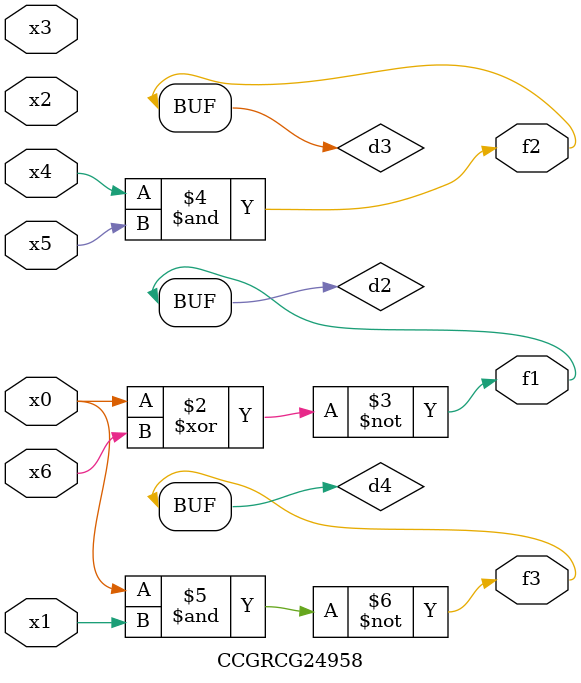
<source format=v>
module CCGRCG24958(
	input x0, x1, x2, x3, x4, x5, x6,
	output f1, f2, f3
);

	wire d1, d2, d3, d4;

	nor (d1, x0);
	xnor (d2, x0, x6);
	and (d3, x4, x5);
	nand (d4, x0, x1);
	assign f1 = d2;
	assign f2 = d3;
	assign f3 = d4;
endmodule

</source>
